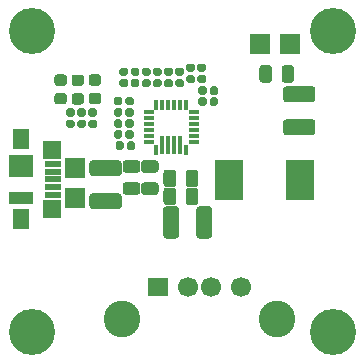
<source format=gbr>
%TF.GenerationSoftware,KiCad,Pcbnew,(5.1.6)-1*%
%TF.CreationDate,2020-10-01T20:51:16-05:00*%
%TF.ProjectId,USB_MP2637,5553425f-4d50-4323-9633-372e6b696361,rev?*%
%TF.SameCoordinates,Original*%
%TF.FileFunction,Soldermask,Top*%
%TF.FilePolarity,Negative*%
%FSLAX46Y46*%
G04 Gerber Fmt 4.6, Leading zero omitted, Abs format (unit mm)*
G04 Created by KiCad (PCBNEW (5.1.6)-1) date 2020-10-01 20:51:16*
%MOMM*%
%LPD*%
G01*
G04 APERTURE LIST*
%ADD10R,2.000000X1.100000*%
%ADD11R,2.000000X1.900000*%
%ADD12R,1.400000X1.750000*%
%ADD13R,1.650000X1.525000*%
%ADD14R,1.480000X0.550000*%
%ADD15C,3.900000*%
%ADD16R,1.800000X1.800000*%
%ADD17C,1.700000*%
%ADD18R,1.700000X1.600000*%
%ADD19C,3.100000*%
%ADD20R,0.350000X1.600000*%
%ADD21R,0.350000X0.900000*%
%ADD22R,0.900000X0.350000*%
%ADD23R,2.450000X3.500000*%
G04 APERTURE END LIST*
D10*
%TO.C,J4*%
X101365000Y-136350000D03*
D11*
X101365000Y-133650000D03*
D12*
X101365000Y-138175000D03*
X101365000Y-131425000D03*
D13*
X103940000Y-137287500D03*
X103940000Y-132312500D03*
D14*
X104025000Y-136100000D03*
X104025000Y-135450000D03*
X104025000Y-134800000D03*
X104025000Y-134150000D03*
X104025000Y-133500000D03*
%TD*%
%TO.C,D3*%
G36*
G01*
X107318750Y-127475000D02*
X107881250Y-127475000D01*
G75*
G02*
X108125000Y-127718750I0J-243750D01*
G01*
X108125000Y-128206250D01*
G75*
G02*
X107881250Y-128450000I-243750J0D01*
G01*
X107318750Y-128450000D01*
G75*
G02*
X107075000Y-128206250I0J243750D01*
G01*
X107075000Y-127718750D01*
G75*
G02*
X107318750Y-127475000I243750J0D01*
G01*
G37*
G36*
G01*
X107318750Y-125900000D02*
X107881250Y-125900000D01*
G75*
G02*
X108125000Y-126143750I0J-243750D01*
G01*
X108125000Y-126631250D01*
G75*
G02*
X107881250Y-126875000I-243750J0D01*
G01*
X107318750Y-126875000D01*
G75*
G02*
X107075000Y-126631250I0J243750D01*
G01*
X107075000Y-126143750D01*
G75*
G02*
X107318750Y-125900000I243750J0D01*
G01*
G37*
%TD*%
%TO.C,D2*%
G36*
G01*
X105868750Y-127500000D02*
X106431250Y-127500000D01*
G75*
G02*
X106675000Y-127743750I0J-243750D01*
G01*
X106675000Y-128231250D01*
G75*
G02*
X106431250Y-128475000I-243750J0D01*
G01*
X105868750Y-128475000D01*
G75*
G02*
X105625000Y-128231250I0J243750D01*
G01*
X105625000Y-127743750D01*
G75*
G02*
X105868750Y-127500000I243750J0D01*
G01*
G37*
G36*
G01*
X105868750Y-125925000D02*
X106431250Y-125925000D01*
G75*
G02*
X106675000Y-126168750I0J-243750D01*
G01*
X106675000Y-126656250D01*
G75*
G02*
X106431250Y-126900000I-243750J0D01*
G01*
X105868750Y-126900000D01*
G75*
G02*
X105625000Y-126656250I0J243750D01*
G01*
X105625000Y-126168750D01*
G75*
G02*
X105868750Y-125925000I243750J0D01*
G01*
G37*
%TD*%
%TO.C,D1*%
G36*
G01*
X104418750Y-127487500D02*
X104981250Y-127487500D01*
G75*
G02*
X105225000Y-127731250I0J-243750D01*
G01*
X105225000Y-128218750D01*
G75*
G02*
X104981250Y-128462500I-243750J0D01*
G01*
X104418750Y-128462500D01*
G75*
G02*
X104175000Y-128218750I0J243750D01*
G01*
X104175000Y-127731250D01*
G75*
G02*
X104418750Y-127487500I243750J0D01*
G01*
G37*
G36*
G01*
X104418750Y-125912500D02*
X104981250Y-125912500D01*
G75*
G02*
X105225000Y-126156250I0J-243750D01*
G01*
X105225000Y-126643750D01*
G75*
G02*
X104981250Y-126887500I-243750J0D01*
G01*
X104418750Y-126887500D01*
G75*
G02*
X104175000Y-126643750I0J243750D01*
G01*
X104175000Y-126156250D01*
G75*
G02*
X104418750Y-125912500I243750J0D01*
G01*
G37*
%TD*%
D15*
%TO.C,H4*%
X127750000Y-122250000D03*
%TD*%
%TO.C,H3*%
X127750000Y-147750000D03*
%TD*%
%TO.C,H2*%
X102250000Y-147750000D03*
%TD*%
%TO.C,H1*%
X102250000Y-122250000D03*
%TD*%
D16*
%TO.C,J2*%
X124140000Y-123350000D03*
X121600000Y-123350000D03*
%TD*%
%TO.C,R1*%
G36*
G01*
X123795000Y-129725000D02*
X126005000Y-129725000D01*
G75*
G02*
X126275000Y-129995000I0J-270000D01*
G01*
X126275000Y-130805000D01*
G75*
G02*
X126005000Y-131075000I-270000J0D01*
G01*
X123795000Y-131075000D01*
G75*
G02*
X123525000Y-130805000I0J270000D01*
G01*
X123525000Y-129995000D01*
G75*
G02*
X123795000Y-129725000I270000J0D01*
G01*
G37*
G36*
G01*
X123795000Y-126925000D02*
X126005000Y-126925000D01*
G75*
G02*
X126275000Y-127195000I0J-270000D01*
G01*
X126275000Y-128005000D01*
G75*
G02*
X126005000Y-128275000I-270000J0D01*
G01*
X123795000Y-128275000D01*
G75*
G02*
X123525000Y-128005000I0J270000D01*
G01*
X123525000Y-127195000D01*
G75*
G02*
X123795000Y-126925000I270000J0D01*
G01*
G37*
%TD*%
D17*
%TO.C,J3*%
X119950000Y-143900000D03*
X117450000Y-143900000D03*
X115450000Y-143900000D03*
D18*
X112950000Y-143900000D03*
D19*
X123020000Y-146610000D03*
X109880000Y-146610000D03*
%TD*%
%TO.C,C10*%
G36*
G01*
X114577500Y-126315000D02*
X114972500Y-126315000D01*
G75*
G02*
X115145000Y-126487500I0J-172500D01*
G01*
X115145000Y-126832500D01*
G75*
G02*
X114972500Y-127005000I-172500J0D01*
G01*
X114577500Y-127005000D01*
G75*
G02*
X114405000Y-126832500I0J172500D01*
G01*
X114405000Y-126487500D01*
G75*
G02*
X114577500Y-126315000I172500J0D01*
G01*
G37*
G36*
G01*
X114577500Y-125345000D02*
X114972500Y-125345000D01*
G75*
G02*
X115145000Y-125517500I0J-172500D01*
G01*
X115145000Y-125862500D01*
G75*
G02*
X114972500Y-126035000I-172500J0D01*
G01*
X114577500Y-126035000D01*
G75*
G02*
X114405000Y-125862500I0J172500D01*
G01*
X114405000Y-125517500D01*
G75*
G02*
X114577500Y-125345000I172500J0D01*
G01*
G37*
%TD*%
%TO.C,C2*%
G36*
G01*
X109910000Y-130802500D02*
X109910000Y-131197500D01*
G75*
G02*
X109737500Y-131370000I-172500J0D01*
G01*
X109392500Y-131370000D01*
G75*
G02*
X109220000Y-131197500I0J172500D01*
G01*
X109220000Y-130802500D01*
G75*
G02*
X109392500Y-130630000I172500J0D01*
G01*
X109737500Y-130630000D01*
G75*
G02*
X109910000Y-130802500I0J-172500D01*
G01*
G37*
G36*
G01*
X110880000Y-130802500D02*
X110880000Y-131197500D01*
G75*
G02*
X110707500Y-131370000I-172500J0D01*
G01*
X110362500Y-131370000D01*
G75*
G02*
X110190000Y-131197500I0J172500D01*
G01*
X110190000Y-130802500D01*
G75*
G02*
X110362500Y-130630000I172500J0D01*
G01*
X110707500Y-130630000D01*
G75*
G02*
X110880000Y-130802500I0J-172500D01*
G01*
G37*
%TD*%
%TO.C,C1*%
G36*
G01*
X110247500Y-126025000D02*
X109852500Y-126025000D01*
G75*
G02*
X109680000Y-125852500I0J172500D01*
G01*
X109680000Y-125507500D01*
G75*
G02*
X109852500Y-125335000I172500J0D01*
G01*
X110247500Y-125335000D01*
G75*
G02*
X110420000Y-125507500I0J-172500D01*
G01*
X110420000Y-125852500D01*
G75*
G02*
X110247500Y-126025000I-172500J0D01*
G01*
G37*
G36*
G01*
X110247500Y-126995000D02*
X109852500Y-126995000D01*
G75*
G02*
X109680000Y-126822500I0J172500D01*
G01*
X109680000Y-126477500D01*
G75*
G02*
X109852500Y-126305000I172500J0D01*
G01*
X110247500Y-126305000D01*
G75*
G02*
X110420000Y-126477500I0J-172500D01*
G01*
X110420000Y-126822500D01*
G75*
G02*
X110247500Y-126995000I-172500J0D01*
G01*
G37*
%TD*%
D20*
%TO.C,U1*%
X114800000Y-131925000D03*
X114300000Y-131925000D03*
X113800000Y-131925000D03*
X113300000Y-131925000D03*
D21*
X115300000Y-132275000D03*
X112800000Y-132275000D03*
X112800000Y-128475000D03*
X113300000Y-128475000D03*
X113800000Y-128475000D03*
X114300000Y-128475000D03*
X114800000Y-128475000D03*
X115300000Y-128475000D03*
D22*
X112150000Y-131625000D03*
X112150000Y-131125000D03*
X112150000Y-130625000D03*
X112150000Y-130125000D03*
X112150000Y-129625000D03*
X112150000Y-129125000D03*
X115950000Y-129125000D03*
X115950000Y-129625000D03*
X115950000Y-130125000D03*
X115950000Y-130625000D03*
X115950000Y-131125000D03*
X115950000Y-131625000D03*
%TD*%
%TO.C,R16*%
G36*
G01*
X113072500Y-126040000D02*
X112677500Y-126040000D01*
G75*
G02*
X112505000Y-125867500I0J172500D01*
G01*
X112505000Y-125522500D01*
G75*
G02*
X112677500Y-125350000I172500J0D01*
G01*
X113072500Y-125350000D01*
G75*
G02*
X113245000Y-125522500I0J-172500D01*
G01*
X113245000Y-125867500D01*
G75*
G02*
X113072500Y-126040000I-172500J0D01*
G01*
G37*
G36*
G01*
X113072500Y-127010000D02*
X112677500Y-127010000D01*
G75*
G02*
X112505000Y-126837500I0J172500D01*
G01*
X112505000Y-126492500D01*
G75*
G02*
X112677500Y-126320000I172500J0D01*
G01*
X113072500Y-126320000D01*
G75*
G02*
X113245000Y-126492500I0J-172500D01*
G01*
X113245000Y-126837500D01*
G75*
G02*
X113072500Y-127010000I-172500J0D01*
G01*
G37*
%TD*%
%TO.C,R15*%
G36*
G01*
X113627500Y-126320000D02*
X114022500Y-126320000D01*
G75*
G02*
X114195000Y-126492500I0J-172500D01*
G01*
X114195000Y-126837500D01*
G75*
G02*
X114022500Y-127010000I-172500J0D01*
G01*
X113627500Y-127010000D01*
G75*
G02*
X113455000Y-126837500I0J172500D01*
G01*
X113455000Y-126492500D01*
G75*
G02*
X113627500Y-126320000I172500J0D01*
G01*
G37*
G36*
G01*
X113627500Y-125350000D02*
X114022500Y-125350000D01*
G75*
G02*
X114195000Y-125522500I0J-172500D01*
G01*
X114195000Y-125867500D01*
G75*
G02*
X114022500Y-126040000I-172500J0D01*
G01*
X113627500Y-126040000D01*
G75*
G02*
X113455000Y-125867500I0J172500D01*
G01*
X113455000Y-125522500D01*
G75*
G02*
X113627500Y-125350000I172500J0D01*
G01*
G37*
%TD*%
%TO.C,R14*%
G36*
G01*
X111197500Y-126025000D02*
X110802500Y-126025000D01*
G75*
G02*
X110630000Y-125852500I0J172500D01*
G01*
X110630000Y-125507500D01*
G75*
G02*
X110802500Y-125335000I172500J0D01*
G01*
X111197500Y-125335000D01*
G75*
G02*
X111370000Y-125507500I0J-172500D01*
G01*
X111370000Y-125852500D01*
G75*
G02*
X111197500Y-126025000I-172500J0D01*
G01*
G37*
G36*
G01*
X111197500Y-126995000D02*
X110802500Y-126995000D01*
G75*
G02*
X110630000Y-126822500I0J172500D01*
G01*
X110630000Y-126477500D01*
G75*
G02*
X110802500Y-126305000I172500J0D01*
G01*
X111197500Y-126305000D01*
G75*
G02*
X111370000Y-126477500I0J-172500D01*
G01*
X111370000Y-126822500D01*
G75*
G02*
X111197500Y-126995000I-172500J0D01*
G01*
G37*
%TD*%
%TO.C,R13*%
G36*
G01*
X111752500Y-126315000D02*
X112147500Y-126315000D01*
G75*
G02*
X112320000Y-126487500I0J-172500D01*
G01*
X112320000Y-126832500D01*
G75*
G02*
X112147500Y-127005000I-172500J0D01*
G01*
X111752500Y-127005000D01*
G75*
G02*
X111580000Y-126832500I0J172500D01*
G01*
X111580000Y-126487500D01*
G75*
G02*
X111752500Y-126315000I172500J0D01*
G01*
G37*
G36*
G01*
X111752500Y-125345000D02*
X112147500Y-125345000D01*
G75*
G02*
X112320000Y-125517500I0J-172500D01*
G01*
X112320000Y-125862500D01*
G75*
G02*
X112147500Y-126035000I-172500J0D01*
G01*
X111752500Y-126035000D01*
G75*
G02*
X111580000Y-125862500I0J172500D01*
G01*
X111580000Y-125517500D01*
G75*
G02*
X111752500Y-125345000I172500J0D01*
G01*
G37*
%TD*%
%TO.C,R12*%
G36*
G01*
X109910000Y-128927500D02*
X109910000Y-129322500D01*
G75*
G02*
X109737500Y-129495000I-172500J0D01*
G01*
X109392500Y-129495000D01*
G75*
G02*
X109220000Y-129322500I0J172500D01*
G01*
X109220000Y-128927500D01*
G75*
G02*
X109392500Y-128755000I172500J0D01*
G01*
X109737500Y-128755000D01*
G75*
G02*
X109910000Y-128927500I0J-172500D01*
G01*
G37*
G36*
G01*
X110880000Y-128927500D02*
X110880000Y-129322500D01*
G75*
G02*
X110707500Y-129495000I-172500J0D01*
G01*
X110362500Y-129495000D01*
G75*
G02*
X110190000Y-129322500I0J172500D01*
G01*
X110190000Y-128927500D01*
G75*
G02*
X110362500Y-128755000I172500J0D01*
G01*
X110707500Y-128755000D01*
G75*
G02*
X110880000Y-128927500I0J-172500D01*
G01*
G37*
%TD*%
%TO.C,R11*%
G36*
G01*
X110190000Y-128372500D02*
X110190000Y-127977500D01*
G75*
G02*
X110362500Y-127805000I172500J0D01*
G01*
X110707500Y-127805000D01*
G75*
G02*
X110880000Y-127977500I0J-172500D01*
G01*
X110880000Y-128372500D01*
G75*
G02*
X110707500Y-128545000I-172500J0D01*
G01*
X110362500Y-128545000D01*
G75*
G02*
X110190000Y-128372500I0J172500D01*
G01*
G37*
G36*
G01*
X109220000Y-128372500D02*
X109220000Y-127977500D01*
G75*
G02*
X109392500Y-127805000I172500J0D01*
G01*
X109737500Y-127805000D01*
G75*
G02*
X109910000Y-127977500I0J-172500D01*
G01*
X109910000Y-128372500D01*
G75*
G02*
X109737500Y-128545000I-172500J0D01*
G01*
X109392500Y-128545000D01*
G75*
G02*
X109220000Y-128372500I0J172500D01*
G01*
G37*
%TD*%
%TO.C,R10*%
G36*
G01*
X109345000Y-132147500D02*
X109345000Y-131752500D01*
G75*
G02*
X109517500Y-131580000I172500J0D01*
G01*
X109862500Y-131580000D01*
G75*
G02*
X110035000Y-131752500I0J-172500D01*
G01*
X110035000Y-132147500D01*
G75*
G02*
X109862500Y-132320000I-172500J0D01*
G01*
X109517500Y-132320000D01*
G75*
G02*
X109345000Y-132147500I0J172500D01*
G01*
G37*
G36*
G01*
X110315000Y-132147500D02*
X110315000Y-131752500D01*
G75*
G02*
X110487500Y-131580000I172500J0D01*
G01*
X110832500Y-131580000D01*
G75*
G02*
X111005000Y-131752500I0J-172500D01*
G01*
X111005000Y-132147500D01*
G75*
G02*
X110832500Y-132320000I-172500J0D01*
G01*
X110487500Y-132320000D01*
G75*
G02*
X110315000Y-132147500I0J172500D01*
G01*
G37*
%TD*%
%TO.C,R9*%
G36*
G01*
X107622500Y-129485000D02*
X107227500Y-129485000D01*
G75*
G02*
X107055000Y-129312500I0J172500D01*
G01*
X107055000Y-128967500D01*
G75*
G02*
X107227500Y-128795000I172500J0D01*
G01*
X107622500Y-128795000D01*
G75*
G02*
X107795000Y-128967500I0J-172500D01*
G01*
X107795000Y-129312500D01*
G75*
G02*
X107622500Y-129485000I-172500J0D01*
G01*
G37*
G36*
G01*
X107622500Y-130455000D02*
X107227500Y-130455000D01*
G75*
G02*
X107055000Y-130282500I0J172500D01*
G01*
X107055000Y-129937500D01*
G75*
G02*
X107227500Y-129765000I172500J0D01*
G01*
X107622500Y-129765000D01*
G75*
G02*
X107795000Y-129937500I0J-172500D01*
G01*
X107795000Y-130282500D01*
G75*
G02*
X107622500Y-130455000I-172500J0D01*
G01*
G37*
%TD*%
%TO.C,R8*%
G36*
G01*
X106672500Y-129485000D02*
X106277500Y-129485000D01*
G75*
G02*
X106105000Y-129312500I0J172500D01*
G01*
X106105000Y-128967500D01*
G75*
G02*
X106277500Y-128795000I172500J0D01*
G01*
X106672500Y-128795000D01*
G75*
G02*
X106845000Y-128967500I0J-172500D01*
G01*
X106845000Y-129312500D01*
G75*
G02*
X106672500Y-129485000I-172500J0D01*
G01*
G37*
G36*
G01*
X106672500Y-130455000D02*
X106277500Y-130455000D01*
G75*
G02*
X106105000Y-130282500I0J172500D01*
G01*
X106105000Y-129937500D01*
G75*
G02*
X106277500Y-129765000I172500J0D01*
G01*
X106672500Y-129765000D01*
G75*
G02*
X106845000Y-129937500I0J-172500D01*
G01*
X106845000Y-130282500D01*
G75*
G02*
X106672500Y-130455000I-172500J0D01*
G01*
G37*
%TD*%
%TO.C,R7*%
G36*
G01*
X105722500Y-129485000D02*
X105327500Y-129485000D01*
G75*
G02*
X105155000Y-129312500I0J172500D01*
G01*
X105155000Y-128967500D01*
G75*
G02*
X105327500Y-128795000I172500J0D01*
G01*
X105722500Y-128795000D01*
G75*
G02*
X105895000Y-128967500I0J-172500D01*
G01*
X105895000Y-129312500D01*
G75*
G02*
X105722500Y-129485000I-172500J0D01*
G01*
G37*
G36*
G01*
X105722500Y-130455000D02*
X105327500Y-130455000D01*
G75*
G02*
X105155000Y-130282500I0J172500D01*
G01*
X105155000Y-129937500D01*
G75*
G02*
X105327500Y-129765000I172500J0D01*
G01*
X105722500Y-129765000D01*
G75*
G02*
X105895000Y-129937500I0J-172500D01*
G01*
X105895000Y-130282500D01*
G75*
G02*
X105722500Y-130455000I-172500J0D01*
G01*
G37*
%TD*%
%TO.C,R6*%
G36*
G01*
X116847500Y-125685000D02*
X116452500Y-125685000D01*
G75*
G02*
X116280000Y-125512500I0J172500D01*
G01*
X116280000Y-125167500D01*
G75*
G02*
X116452500Y-124995000I172500J0D01*
G01*
X116847500Y-124995000D01*
G75*
G02*
X117020000Y-125167500I0J-172500D01*
G01*
X117020000Y-125512500D01*
G75*
G02*
X116847500Y-125685000I-172500J0D01*
G01*
G37*
G36*
G01*
X116847500Y-126655000D02*
X116452500Y-126655000D01*
G75*
G02*
X116280000Y-126482500I0J172500D01*
G01*
X116280000Y-126137500D01*
G75*
G02*
X116452500Y-125965000I172500J0D01*
G01*
X116847500Y-125965000D01*
G75*
G02*
X117020000Y-126137500I0J-172500D01*
G01*
X117020000Y-126482500D01*
G75*
G02*
X116847500Y-126655000I-172500J0D01*
G01*
G37*
%TD*%
%TO.C,R5*%
G36*
G01*
X115507500Y-125965000D02*
X115902500Y-125965000D01*
G75*
G02*
X116075000Y-126137500I0J-172500D01*
G01*
X116075000Y-126482500D01*
G75*
G02*
X115902500Y-126655000I-172500J0D01*
G01*
X115507500Y-126655000D01*
G75*
G02*
X115335000Y-126482500I0J172500D01*
G01*
X115335000Y-126137500D01*
G75*
G02*
X115507500Y-125965000I172500J0D01*
G01*
G37*
G36*
G01*
X115507500Y-124995000D02*
X115902500Y-124995000D01*
G75*
G02*
X116075000Y-125167500I0J-172500D01*
G01*
X116075000Y-125512500D01*
G75*
G02*
X115902500Y-125685000I-172500J0D01*
G01*
X115507500Y-125685000D01*
G75*
G02*
X115335000Y-125512500I0J172500D01*
G01*
X115335000Y-125167500D01*
G75*
G02*
X115507500Y-124995000I172500J0D01*
G01*
G37*
%TD*%
%TO.C,R4*%
G36*
G01*
X117330000Y-128422500D02*
X117330000Y-128027500D01*
G75*
G02*
X117502500Y-127855000I172500J0D01*
G01*
X117847500Y-127855000D01*
G75*
G02*
X118020000Y-128027500I0J-172500D01*
G01*
X118020000Y-128422500D01*
G75*
G02*
X117847500Y-128595000I-172500J0D01*
G01*
X117502500Y-128595000D01*
G75*
G02*
X117330000Y-128422500I0J172500D01*
G01*
G37*
G36*
G01*
X116360000Y-128422500D02*
X116360000Y-128027500D01*
G75*
G02*
X116532500Y-127855000I172500J0D01*
G01*
X116877500Y-127855000D01*
G75*
G02*
X117050000Y-128027500I0J-172500D01*
G01*
X117050000Y-128422500D01*
G75*
G02*
X116877500Y-128595000I-172500J0D01*
G01*
X116532500Y-128595000D01*
G75*
G02*
X116360000Y-128422500I0J172500D01*
G01*
G37*
%TD*%
%TO.C,R3*%
G36*
G01*
X117330000Y-127497500D02*
X117330000Y-127102500D01*
G75*
G02*
X117502500Y-126930000I172500J0D01*
G01*
X117847500Y-126930000D01*
G75*
G02*
X118020000Y-127102500I0J-172500D01*
G01*
X118020000Y-127497500D01*
G75*
G02*
X117847500Y-127670000I-172500J0D01*
G01*
X117502500Y-127670000D01*
G75*
G02*
X117330000Y-127497500I0J172500D01*
G01*
G37*
G36*
G01*
X116360000Y-127497500D02*
X116360000Y-127102500D01*
G75*
G02*
X116532500Y-126930000I172500J0D01*
G01*
X116877500Y-126930000D01*
G75*
G02*
X117050000Y-127102500I0J-172500D01*
G01*
X117050000Y-127497500D01*
G75*
G02*
X116877500Y-127670000I-172500J0D01*
G01*
X116532500Y-127670000D01*
G75*
G02*
X116360000Y-127497500I0J172500D01*
G01*
G37*
%TD*%
%TO.C,R2*%
G36*
G01*
X109910000Y-129877500D02*
X109910000Y-130272500D01*
G75*
G02*
X109737500Y-130445000I-172500J0D01*
G01*
X109392500Y-130445000D01*
G75*
G02*
X109220000Y-130272500I0J172500D01*
G01*
X109220000Y-129877500D01*
G75*
G02*
X109392500Y-129705000I172500J0D01*
G01*
X109737500Y-129705000D01*
G75*
G02*
X109910000Y-129877500I0J-172500D01*
G01*
G37*
G36*
G01*
X110880000Y-129877500D02*
X110880000Y-130272500D01*
G75*
G02*
X110707500Y-130445000I-172500J0D01*
G01*
X110362500Y-130445000D01*
G75*
G02*
X110190000Y-130272500I0J172500D01*
G01*
X110190000Y-129877500D01*
G75*
G02*
X110362500Y-129705000I172500J0D01*
G01*
X110707500Y-129705000D01*
G75*
G02*
X110880000Y-129877500I0J-172500D01*
G01*
G37*
%TD*%
D23*
%TO.C,L1*%
X124975000Y-134875000D03*
X118925000Y-134875000D03*
%TD*%
D16*
%TO.C,J1*%
X105900000Y-133860000D03*
X105900000Y-136400000D03*
%TD*%
%TO.C,C9*%
G36*
G01*
X115275000Y-136731250D02*
X115275000Y-135768750D01*
G75*
G02*
X115543750Y-135500000I268750J0D01*
G01*
X116081250Y-135500000D01*
G75*
G02*
X116350000Y-135768750I0J-268750D01*
G01*
X116350000Y-136731250D01*
G75*
G02*
X116081250Y-137000000I-268750J0D01*
G01*
X115543750Y-137000000D01*
G75*
G02*
X115275000Y-136731250I0J268750D01*
G01*
G37*
G36*
G01*
X113400000Y-136731250D02*
X113400000Y-135768750D01*
G75*
G02*
X113668750Y-135500000I268750J0D01*
G01*
X114206250Y-135500000D01*
G75*
G02*
X114475000Y-135768750I0J-268750D01*
G01*
X114475000Y-136731250D01*
G75*
G02*
X114206250Y-137000000I-268750J0D01*
G01*
X113668750Y-137000000D01*
G75*
G02*
X113400000Y-136731250I0J268750D01*
G01*
G37*
%TD*%
%TO.C,C8*%
G36*
G01*
X115275000Y-135206250D02*
X115275000Y-134243750D01*
G75*
G02*
X115543750Y-133975000I268750J0D01*
G01*
X116081250Y-133975000D01*
G75*
G02*
X116350000Y-134243750I0J-268750D01*
G01*
X116350000Y-135206250D01*
G75*
G02*
X116081250Y-135475000I-268750J0D01*
G01*
X115543750Y-135475000D01*
G75*
G02*
X115275000Y-135206250I0J268750D01*
G01*
G37*
G36*
G01*
X113400000Y-135206250D02*
X113400000Y-134243750D01*
G75*
G02*
X113668750Y-133975000I268750J0D01*
G01*
X114206250Y-133975000D01*
G75*
G02*
X114475000Y-134243750I0J-268750D01*
G01*
X114475000Y-135206250D01*
G75*
G02*
X114206250Y-135475000I-268750J0D01*
G01*
X113668750Y-135475000D01*
G75*
G02*
X113400000Y-135206250I0J268750D01*
G01*
G37*
%TD*%
%TO.C,C7*%
G36*
G01*
X116175000Y-139555000D02*
X116175000Y-137345000D01*
G75*
G02*
X116445000Y-137075000I270000J0D01*
G01*
X117255000Y-137075000D01*
G75*
G02*
X117525000Y-137345000I0J-270000D01*
G01*
X117525000Y-139555000D01*
G75*
G02*
X117255000Y-139825000I-270000J0D01*
G01*
X116445000Y-139825000D01*
G75*
G02*
X116175000Y-139555000I0J270000D01*
G01*
G37*
G36*
G01*
X113375000Y-139555000D02*
X113375000Y-137345000D01*
G75*
G02*
X113645000Y-137075000I270000J0D01*
G01*
X114455000Y-137075000D01*
G75*
G02*
X114725000Y-137345000I0J-270000D01*
G01*
X114725000Y-139555000D01*
G75*
G02*
X114455000Y-139825000I-270000J0D01*
G01*
X113645000Y-139825000D01*
G75*
G02*
X113375000Y-139555000I0J270000D01*
G01*
G37*
%TD*%
%TO.C,C6*%
G36*
G01*
X111768750Y-135050000D02*
X112731250Y-135050000D01*
G75*
G02*
X113000000Y-135318750I0J-268750D01*
G01*
X113000000Y-135856250D01*
G75*
G02*
X112731250Y-136125000I-268750J0D01*
G01*
X111768750Y-136125000D01*
G75*
G02*
X111500000Y-135856250I0J268750D01*
G01*
X111500000Y-135318750D01*
G75*
G02*
X111768750Y-135050000I268750J0D01*
G01*
G37*
G36*
G01*
X111768750Y-133175000D02*
X112731250Y-133175000D01*
G75*
G02*
X113000000Y-133443750I0J-268750D01*
G01*
X113000000Y-133981250D01*
G75*
G02*
X112731250Y-134250000I-268750J0D01*
G01*
X111768750Y-134250000D01*
G75*
G02*
X111500000Y-133981250I0J268750D01*
G01*
X111500000Y-133443750D01*
G75*
G02*
X111768750Y-133175000I268750J0D01*
G01*
G37*
%TD*%
%TO.C,C5*%
G36*
G01*
X110218750Y-135050000D02*
X111181250Y-135050000D01*
G75*
G02*
X111450000Y-135318750I0J-268750D01*
G01*
X111450000Y-135856250D01*
G75*
G02*
X111181250Y-136125000I-268750J0D01*
G01*
X110218750Y-136125000D01*
G75*
G02*
X109950000Y-135856250I0J268750D01*
G01*
X109950000Y-135318750D01*
G75*
G02*
X110218750Y-135050000I268750J0D01*
G01*
G37*
G36*
G01*
X110218750Y-133175000D02*
X111181250Y-133175000D01*
G75*
G02*
X111450000Y-133443750I0J-268750D01*
G01*
X111450000Y-133981250D01*
G75*
G02*
X111181250Y-134250000I-268750J0D01*
G01*
X110218750Y-134250000D01*
G75*
G02*
X109950000Y-133981250I0J268750D01*
G01*
X109950000Y-133443750D01*
G75*
G02*
X110218750Y-133175000I268750J0D01*
G01*
G37*
%TD*%
%TO.C,C4*%
G36*
G01*
X107395000Y-135975000D02*
X109605000Y-135975000D01*
G75*
G02*
X109875000Y-136245000I0J-270000D01*
G01*
X109875000Y-137055000D01*
G75*
G02*
X109605000Y-137325000I-270000J0D01*
G01*
X107395000Y-137325000D01*
G75*
G02*
X107125000Y-137055000I0J270000D01*
G01*
X107125000Y-136245000D01*
G75*
G02*
X107395000Y-135975000I270000J0D01*
G01*
G37*
G36*
G01*
X107395000Y-133175000D02*
X109605000Y-133175000D01*
G75*
G02*
X109875000Y-133445000I0J-270000D01*
G01*
X109875000Y-134255000D01*
G75*
G02*
X109605000Y-134525000I-270000J0D01*
G01*
X107395000Y-134525000D01*
G75*
G02*
X107125000Y-134255000I0J270000D01*
G01*
X107125000Y-133445000D01*
G75*
G02*
X107395000Y-133175000I270000J0D01*
G01*
G37*
%TD*%
%TO.C,C3*%
G36*
G01*
X122600000Y-125393750D02*
X122600000Y-126356250D01*
G75*
G02*
X122331250Y-126625000I-268750J0D01*
G01*
X121793750Y-126625000D01*
G75*
G02*
X121525000Y-126356250I0J268750D01*
G01*
X121525000Y-125393750D01*
G75*
G02*
X121793750Y-125125000I268750J0D01*
G01*
X122331250Y-125125000D01*
G75*
G02*
X122600000Y-125393750I0J-268750D01*
G01*
G37*
G36*
G01*
X124475000Y-125393750D02*
X124475000Y-126356250D01*
G75*
G02*
X124206250Y-126625000I-268750J0D01*
G01*
X123668750Y-126625000D01*
G75*
G02*
X123400000Y-126356250I0J268750D01*
G01*
X123400000Y-125393750D01*
G75*
G02*
X123668750Y-125125000I268750J0D01*
G01*
X124206250Y-125125000D01*
G75*
G02*
X124475000Y-125393750I0J-268750D01*
G01*
G37*
%TD*%
M02*

</source>
